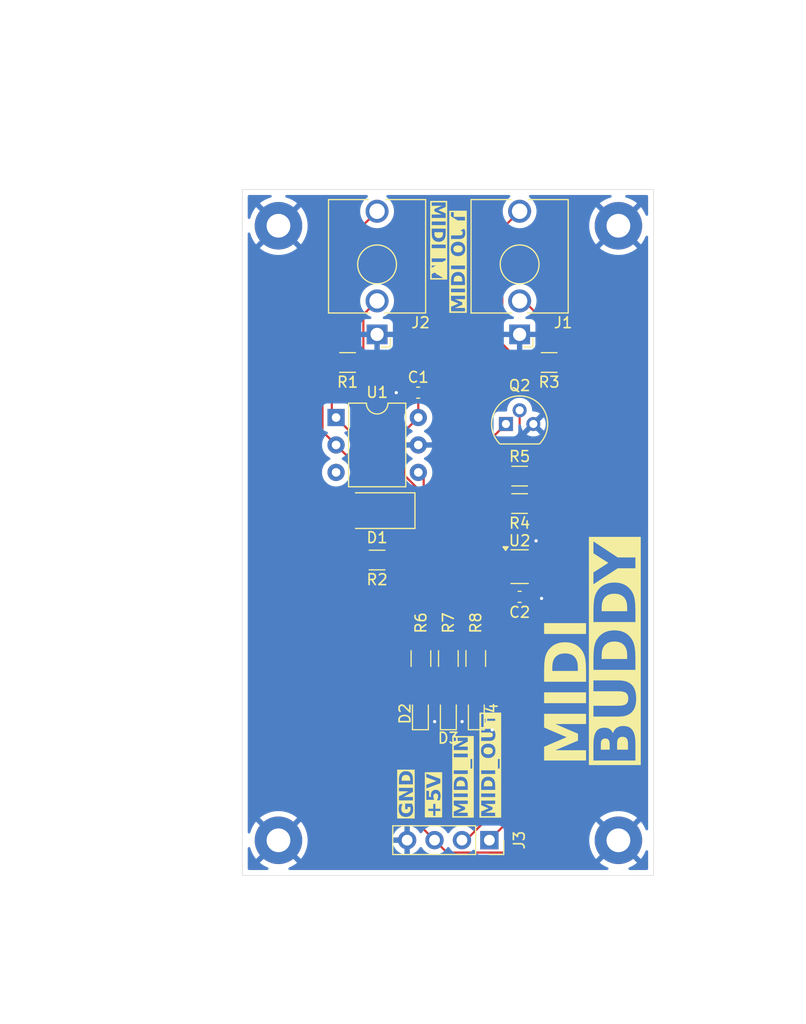
<source format=kicad_pcb>
(kicad_pcb (version 20240108) (generator "pcbnew") (generator_version "8.0")
  (layers (0 "F.Cu" signal) (31 "B.Cu" signal) (34 "B.Paste" user) (35 "F.Paste" user) (36 "B.SilkS" user "B.Silkscreen") (37 "F.SilkS" user "F.Silkscreen") (38 "B.Mask" user) (39 "F.Mask" user) (44 "Edge.Cuts" user))
  (net 0 "")
  (net 1 "GND")
  (net 2 "VCC")
  (net 3 "Net-(D1-A)")
  (net 4 "Net-(D1-K)")
  (net 5 "MIDI_OUT")
  (net 6 "MIDI_IN")
  (net 7 "Net-(Q2-C)")
  (net 8 "Net-(Q2-B)")
  (net 9 "Net-(R4-Pad1)")
  (net 12 "Net-(D2-A)")
  (net 13 "Net-(D3-A)")
  (net 14 "Net-(D4-A)")
  (net 15 "Net-(J1-PadT)")
  (net 16 "Net-(J1-PadR)")
  (net 17 "Net-(J2-PadR)")
  (footprint "Connector_PinSocket_2.54mm:PinSocket_1x04_P2.54mm_Vertical" (layer "F.Cu") (at 107.94 143.281 -90)
    (property "Reference" "J3" (at 0 -2.77 90) (layer "F.SilkS"))
    (property "Value" "Conn_01x04_Socket")
    (fp_line (start -1.33 8.95) (end 1.33 8.95) (stroke (width 0.12)) (layer "F.SilkS"))
    (fp_line (start -1.33 1.27) (end -1.33 8.95) (stroke (width 0.12)) (layer "F.SilkS"))
    (fp_line (start -1.33 1.27) (end 1.33 1.27) (stroke (width 0.12)) (layer "F.SilkS"))
    (fp_line (start 1.33 1.27) (end 1.33 8.95) (stroke (width 0.12)) (layer "F.SilkS"))
    (fp_line (start 0 -1.33) (end 1.33 -1.33) (stroke (width 0.12)) (layer "F.SilkS"))
    (fp_line (start 1.33 -1.33) (end 1.33 0) (stroke (width 0.12)) (layer "F.SilkS"))
    (pad "1" thru_hole rect (at 0 0 270) (size 1.7 1.7) (drill 1) (layers "*.Cu" "*.Mask") (net 5 "MIDI_OUT"))
    (pad "2" thru_hole oval (at 0 2.54 270) (size 1.7 1.7) (drill 1) (layers "*.Cu" "*.Mask") (net 6 "MIDI_IN"))
    (pad "3" thru_hole oval (at 0 5.08 270) (size 1.7 1.7) (drill 1) (layers "*.Cu" "*.Mask") (net 2 "VCC"))
    (pad "4" thru_hole oval (at 0 7.62 270) (size 1.7 1.7) (drill 1) (layers "*.Cu" "*.Mask") (net 1 "GND"))
  )
  (footprint "LED_SMD:LED_0603_1608Metric" (layer "F.Cu") (at 101.55 131.572 90)
    (property "Reference" "D2" (at 0 -1.43 90) (layer "F.SilkS"))
    (property "Value" "LED")
    (fp_line (start 0.8 -0.735) (end -1.485 -0.735) (stroke (width 0.12)) (layer "F.SilkS"))
    (fp_line (start -1.485 -0.735) (end -1.485 0.735) (stroke (width 0.12)) (layer "F.SilkS"))
    (fp_line (start -1.485 0.735) (end 0.8 0.735) (stroke (width 0.12)) (layer "F.SilkS"))
    (pad "1" smd roundrect (at -0.7875 0 90) (size 0.875 0.95) (layers "F.Cu" "F.Paste" "F.Mask") (net 1 "GND"))
    (pad "2" smd roundrect (at 0.7875 0 90) (size 0.875 0.95) (layers "F.Cu" "F.Paste" "F.Mask") (net 12 "Net-(D2-A)"))
  )
  (footprint "Diode_SMD:D_SMA" (layer "F.Cu") (at 97.536 112.776 180)
    (property "Reference" "D1" (at 0 -2.5 360) (layer "F.SilkS"))
    (property "Value" "D")
    (fp_line (start -3.51 1.65) (end 2 1.65) (stroke (width 0.12)) (layer "F.SilkS"))
    (fp_line (start -3.51 -1.65) (end 2 -1.65) (stroke (width 0.12)) (layer "F.SilkS"))
    (fp_line (start -3.51 -1.65) (end -3.51 1.65) (stroke (width 0.12)) (layer "F.SilkS"))
    (pad "1" smd roundrect (at -2 0 180) (size 2.5 1.8) (layers "F.Cu" "F.Paste" "F.Mask") (roundrect_rratio 0.1388888889) (net 4 "Net-(D1-K)"))
    (pad "2" smd roundrect (at 2 0 180) (size 2.5 1.8) (layers "F.Cu" "F.Paste" "F.Mask") (roundrect_rratio 0.1388888889) (net 3 "Net-(D1-A)"))
  )
  (footprint "Resistor_SMD:R_1206_3216Metric" (layer "F.Cu") (at 113.4765 99.06 180)
    (property "Reference" "R3" (at 0 -1.82 360) (layer "F.SilkS"))
    (property "Value" "220R")
    (fp_line (start -0.727064 0.91) (end 0.727064 0.91) (stroke (width 0.12)) (layer "F.SilkS"))
    (fp_line (start -0.727064 -0.91) (end 0.727064 -0.91) (stroke (width 0.12)) (layer "F.SilkS"))
    (pad "1" smd roundrect (at -1.4625 0 180) (size 1.125 1.75) (layers "F.Cu" "F.Paste" "F.Mask") (roundrect_rratio 0.222222) (net 2 "VCC"))
    (pad "2" smd roundrect (at 1.4625 0 180) (size 1.125 1.75) (layers "F.Cu" "F.Paste" "F.Mask") (roundrect_rratio 0.222222) (net 15 "Net-(J1-PadT)"))
  )
  (footprint "MountingHole:MountingHole_2.2mm_M2_Pad" (layer "F.Cu") (at 119.896 86.4)
    (property "Reference" "H2" (hide yes))
    (property "Value" "MountingHole_Pad")
    (pad "1" thru_hole circle (at 0 0) (size 4.4 4.4) (drill 2.2) (layers "*.Cu" "*.Mask") (net 1 "GND"))
  )
  (footprint "LED_SMD:LED_0603_1608Metric" (layer "F.Cu") (at 106.73 131.572 90)
    (property "Reference" "D4" (at 0 1.474 90) (layer "F.SilkS"))
    (property "Value" "LED")
    (fp_line (start 0.8 -0.735) (end -1.485 -0.735) (stroke (width 0.12)) (layer "F.SilkS"))
    (fp_line (start -1.485 -0.735) (end -1.485 0.735) (stroke (width 0.12)) (layer "F.SilkS"))
    (fp_line (start -1.485 0.735) (end 0.8 0.735) (stroke (width 0.12)) (layer "F.SilkS"))
    (pad "1" smd roundrect (at -0.7875 0 90) (size 0.875 0.95) (layers "F.Cu" "F.Paste" "F.Mask") (net 1 "GND"))
    (pad "2" smd roundrect (at 0.7875 0 90) (size 0.875 0.95) (layers "F.Cu" "F.Paste" "F.Mask") (net 14 "Net-(D4-A)"))
  )
  (footprint "Package_TO_SOT_SMD:SOT-23-5" (layer "F.Cu") (at 110.744 117.962)
    (property "Reference" "U2" (at 0 -2.4 360) (layer "F.SilkS"))
    (property "Value" "SN74LVC1G14DBV")
    (fp_line (start 0 -1.56) (end -0.8 -1.56) (stroke (width 0.12)) (layer "F.SilkS"))
    (fp_line (start 0 -1.56) (end 0.8 -1.56) (stroke (width 0.12)) (layer "F.SilkS"))
    (fp_line (start 0 1.56) (end -0.8 1.56) (stroke (width 0.12)) (layer "F.SilkS"))
    (fp_line (start 0 1.56) (end 0.8 1.56) (stroke (width 0.12)) (layer "F.SilkS"))
    (fp_poly (pts (xy -1.3 -1.51) (xy -1.54 -1.84) (xy -1.06 -1.84) (xy -1.3 -1.51)) (stroke (width 0.12)) (fill solid) (layer "F.SilkS"))
    (pad "1" smd roundrect (at -1.1375 -0.95) (size 1.325 0.6) (layers "F.Cu" "F.Paste" "F.Mask"))
    (pad "2" smd roundrect (at -1.1375 0) (size 1.325 0.6) (layers "F.Cu" "F.Paste" "F.Mask") (net 5 "MIDI_OUT"))
    (pad "3" smd roundrect (at -1.1375 0.95) (size 1.325 0.6) (layers "F.Cu" "F.Paste" "F.Mask") (net 2 "VCC"))
    (pad "4" smd roundrect (at 1.1375 0.95) (size 1.325 0.6) (layers "F.Cu" "F.Paste" "F.Mask") (net 9 "Net-(R4-Pad1)"))
    (pad "5" smd roundrect (at 1.1375 -0.95) (size 1.325 0.6) (layers "F.Cu" "F.Paste" "F.Mask") (net 1 "GND"))
  )
  (footprint "MountingHole:MountingHole_2.2mm_M2_Pad" (layer "F.Cu") (at 88.4 86.4)
    (property "Reference" "H1" (hide yes))
    (property "Value" "MountingHole_Pad")
    (pad "1" thru_hole circle (at 0 0) (size 4.4 4.4) (drill 2.2) (layers "*.Cu" "*.Mask") (net 1 "GND"))
  )
  (footprint "Resistor_SMD:R_1206_3216Metric" (layer "F.Cu") (at 110.744 109.58)
    (property "Reference" "R5" (at 0 -1.82 360) (layer "F.SilkS"))
    (property "Value" "220R")
    (fp_line (start -0.727064 -0.91) (end 0.727064 -0.91) (stroke (width 0.12)) (layer "F.SilkS"))
    (fp_line (start -0.727064 0.91) (end 0.727064 0.91) (stroke (width 0.12)) (layer "F.SilkS"))
    (pad "1" smd roundrect (at -1.4625 0) (size 1.125 1.75) (layers "F.Cu" "F.Paste" "F.Mask") (roundrect_rratio 0.222222) (net 7 "Net-(Q2-C)"))
    (pad "2" smd roundrect (at 1.4625 0) (size 1.125 1.75) (layers "F.Cu" "F.Paste" "F.Mask") (roundrect_rratio 0.222222) (net 16 "Net-(J1-PadR)"))
  )
  (footprint "Resistor_SMD:R_1206_3216Metric" (layer "F.Cu") (at 106.68 126.4665 -90)
    (property "Reference" "R8" (at -3.302 0 90) (layer "F.SilkS"))
    (property "Value" "150R")
    (fp_line (start -0.727064 0.91) (end 0.727064 0.91) (stroke (width 0.12)) (layer "F.SilkS"))
    (fp_line (start -0.727064 -0.91) (end 0.727064 -0.91) (stroke (width 0.12)) (layer "F.SilkS"))
    (pad "1" smd roundrect (at -1.4625 0 270) (size 1.125 1.75) (layers "F.Cu" "F.Paste" "F.Mask") (roundrect_rratio 0.222222) (net 5 "MIDI_OUT"))
    (pad "2" smd roundrect (at 1.4625 0 270) (size 1.125 1.75) (layers "F.Cu" "F.Paste" "F.Mask") (roundrect_rratio 0.222222) (net 14 "Net-(D4-A)"))
  )
  (footprint "Resistor_SMD:R_1206_3216Metric" (layer "F.Cu") (at 104.14 126.4665 -90)
    (property "Reference" "R7" (at -3.302 0 90) (layer "F.SilkS"))
    (property "Value" "150R")
    (fp_line (start -0.727064 0.91) (end 0.727064 0.91) (stroke (width 0.12)) (layer "F.SilkS"))
    (fp_line (start -0.727064 -0.91) (end 0.727064 -0.91) (stroke (width 0.12)) (layer "F.SilkS"))
    (pad "1" smd roundrect (at -1.4625 0 270) (size 1.125 1.75) (layers "F.Cu" "F.Paste" "F.Mask") (roundrect_rratio 0.222222) (net 6 "MIDI_IN"))
    (pad "2" smd roundrect (at 1.4625 0 270) (size 1.125 1.75) (layers "F.Cu" "F.Paste" "F.Mask") (roundrect_rratio 0.222222) (net 13 "Net-(D3-A)"))
  )
  (footprint "LED_SMD:LED_0603_1608Metric" (layer "F.Cu") (at 104.14 131.572 90)
    (property "Reference" "D3" (at -2.2605 0 180) (layer "F.SilkS"))
    (property "Value" "LED")
    (fp_line (start 0.8 -0.735) (end -1.485 -0.735) (stroke (width 0.12)) (layer "F.SilkS"))
    (fp_line (start -1.485 -0.735) (end -1.485 0.735) (stroke (width 0.12)) (layer "F.SilkS"))
    (fp_line (start -1.485 0.735) (end 0.8 0.735) (stroke (width 0.12)) (layer "F.SilkS"))
    (pad "1" smd roundrect (at -0.7875 0 90) (size 0.875 0.95) (layers "F.Cu" "F.Paste" "F.Mask") (net 1 "GND"))
    (pad "2" smd roundrect (at 0.7875 0 90) (size 0.875 0.95) (layers "F.Cu" "F.Paste" "F.Mask") (net 13 "Net-(D3-A)"))
  )
  (footprint "MountingHole:MountingHole_2.2mm_M2_Pad" (layer "F.Cu") (at 119.896 143.296)
    (property "Reference" "H4" (hide yes))
    (property "Value" "MountingHole_Pad")
    (pad "1" thru_hole circle (at 0 0) (size 4.4 4.4) (drill 2.2) (layers "*.Cu" "*.Mask") (net 1 "GND"))
  )
  (footprint "Capacitor_SMD:C_0603_1608Metric" (layer "F.Cu") (at 101.346 101.854)
    (property "Reference" "C1" (at 0 -1.43 360) (layer "F.SilkS"))
    (property "Value" "0.1u")
    (fp_line (start -0.14058 -0.51) (end 0.14058 -0.51) (stroke (width 0.12)) (layer "F.SilkS"))
    (fp_line (start -0.14058 0.51) (end 0.14058 0.51) (stroke (width 0.12)) (layer "F.SilkS"))
    (pad "1" smd roundrect (at -0.775 0) (size 0.9 0.95) (layers "F.Cu" "F.Paste" "F.Mask") (net 1 "GND"))
    (pad "2" smd roundrect (at 0.775 0) (size 0.9 0.95) (layers "F.Cu" "F.Paste" "F.Mask") (net 2 "VCC"))
  )
  (footprint "Resistor_SMD:R_1206_3216Metric" (layer "F.Cu") (at 101.6 126.4665 -90)
    (property "Reference" "R6" (at -3.302 0 90) (layer "F.SilkS"))
    (property "Value" "150R")
    (fp_line (start -0.727064 0.91) (end 0.727064 0.91) (stroke (width 0.12)) (layer "F.SilkS"))
    (fp_line (start -0.727064 -0.91) (end 0.727064 -0.91) (stroke (width 0.12)) (layer "F.SilkS"))
    (pad "1" smd roundrect (at -1.4625 0 270) (size 1.125 1.75) (layers "F.Cu" "F.Paste" "F.Mask") (roundrect_rratio 0.222222) (net 2 "VCC"))
    (pad "2" smd roundrect (at 1.4625 0 270) (size 1.125 1.75) (layers "F.Cu" "F.Paste" "F.Mask") (roundrect_rratio 0.222222) (net 12 "Net-(D2-A)"))
  )
  (footprint "Package_DIP:DIP-6_W7.62mm" (layer "F.Cu") (at 93.736 104.155)
    (property "Reference" "U1" (at 3.81 -2.33 0) (layer "F.SilkS"))
    (property "Value" "4N25")
    (fp_line (start 1.16 -1.33) (end 1.16 6.41) (stroke (width 0.12)) (layer "F.SilkS"))
    (fp_line (start 1.16 6.41) (end 6.46 6.41) (stroke (width 0.12)) (layer "F.SilkS"))
    (fp_line (start 2.81 -1.33) (end 1.16 -1.33) (stroke (width 0.12)) (layer "F.SilkS"))
    (fp_line (start 6.46 -1.33) (end 4.81 -1.33) (stroke (width 0.12)) (layer "F.SilkS"))
    (fp_line (start 6.46 6.41) (end 6.46 -1.33) (stroke (width 0.12)) (layer "F.SilkS"))
    (fp_arc (start 4.81 -1.33) (mid 3.81 -0.33) (end 2.81 -1.33) (stroke (width 0.12)) (layer "F.SilkS"))
    (pad "1" thru_hole rect (at 0 0) (size 1.6 1.6) (drill 0.8) (layers "*.Cu" "*.Mask") (net 4 "Net-(D1-K)"))
    (pad "2" thru_hole oval (at 0 2.54) (size 1.6 1.6) (drill 0.8) (layers "*.Cu" "*.Mask") (net 3 "Net-(D1-A)"))
    (pad "3" thru_hole oval (at 0 5.08) (size 1.6 1.6) (drill 0.8) (layers "*.Cu" "*.Mask"))
    (pad "4" thru_hole oval (at 7.62 5.08) (size 1.6 1.6) (drill 0.8) (layers "*.Cu" "*.Mask") (net 6 "MIDI_IN"))
    (pad "5" thru_hole oval (at 7.62 2.54) (size 1.6 1.6) (drill 0.8) (layers "*.Cu" "*.Mask") (net 1 "GND"))
    (pad "6" thru_hole oval (at 7.62 0) (size 1.6 1.6) (drill 0.8) (layers "*.Cu" "*.Mask") (net 2 "VCC"))
  )
  (footprint "MountingHole:MountingHole_2.2mm_M2_Pad" (layer "F.Cu") (at 88.4 143.296)
    (property "Reference" "H3" (hide yes))
    (property "Value" "MountingHole_Pad")
    (pad "1" thru_hole circle (at 0 0) (size 4.4 4.4) (drill 2.2) (layers "*.Cu" "*.Mask") (net 1 "GND"))
  )
  (footprint "Resistor_SMD:R_1206_3216Metric" (layer "F.Cu") (at 94.8035 99.06 180)
    (property "Reference" "R1" (at 0 -1.82 360) (layer "F.SilkS"))
    (property "Value" "220R")
    (fp_line (start -0.727064 0.91) (end 0.727064 0.91) (stroke (width 0.12)) (layer "F.SilkS"))
    (fp_line (start -0.727064 -0.91) (end 0.727064 -0.91) (stroke (width 0.12)) (layer "F.SilkS"))
    (pad "1" smd roundrect (at -1.4625 0 180) (size 1.125 1.75) (layers "F.Cu" "F.Paste" "F.Mask") (roundrect_rratio 0.222222) (net 17 "Net-(J2-PadR)"))
    (pad "2" smd roundrect (at 1.4625 0 180) (size 1.125 1.75) (layers "F.Cu" "F.Paste" "F.Mask") (roundrect_rratio 0.222222) (net 4 "Net-(D1-K)"))
  )
  (footprint "Resistor_SMD:R_1206_3216Metric" (layer "F.Cu") (at 110.744 112.12 180)
    (property "Reference" "R4" (at 0 -1.82 360) (layer "F.SilkS"))
    (property "Value" "220R")
    (fp_line (start -0.727064 0.91) (end 0.727064 0.91) (stroke (width 0.12)) (layer "F.SilkS"))
    (fp_line (start -0.727064 -0.91) (end 0.727064 -0.91) (stroke (width 0.12)) (layer "F.SilkS"))
    (pad "1" smd roundrect (at -1.4625 0 180) (size 1.125 1.75) (layers "F.Cu" "F.Paste" "F.Mask") (roundrect_rratio 0.222222) (net 9 "Net-(R4-Pad1)"))
    (pad "2" smd roundrect (at 1.4625 0 180) (size 1.125 1.75) (layers "F.Cu" "F.Paste" "F.Mask") (roundrect_rratio 0.222222) (net 8 "Net-(Q2-B)"))
  )
  (footprint "Connector_Audio:Jack_3.5mm_QingPu_WQP-PJ398SM_Vertical_CircularHoles" (layer "F.Cu") (at 97.536 96.458 180)
    (property "Reference" "J2" (at -4.03 1.08 360) (layer "F.SilkS"))
    (property "Value" "AudioJack3")
    (fp_line (start 4.5 12.48) (end 0.8 12.48) (stroke (width 0.12)) (layer "F.SilkS"))
    (fp_line (start 4.5 1.98) (end 4.5 12.48) (stroke (width 0.12)) (layer "F.SilkS"))
    (fp_line (start 4.5 1.98) (end 0.72 1.98) (stroke (width 0.12)) (layer "F.SilkS"))
    (fp_line (start -0.72 1.98) (end -4.5 1.98) (stroke (width 0.12)) (layer "F.SilkS"))
    (fp_line (start -0.8 12.48) (end -4.5 12.48) (stroke (width 0.12)) (layer "F.SilkS"))
    (fp_line (start -1.23 -1.17) (end -0.37 -1.17) (stroke (width 0.12)) (layer "F.SilkS"))
    (fp_line (start -1.23 -1.17) (end -1.23 -0.37) (stroke (width 0.12)) (layer "F.SilkS"))
    (fp_line (start -4.5 1.98) (end -4.5 12.48) (stroke (width 0.12)) (layer "F.SilkS"))
    (fp_circle (center 0 6.48) (end 1.8 6.48) (stroke (width 0.12)) (fill none) (layer "F.SilkS"))
    (pad "R" thru_hole circle (at 0 3.1) (size 2.13 2.13) (drill 1.42) (layers "*.Cu" "*.Mask") (net 17 "Net-(J2-PadR)"))
    (pad "S" thru_hole rect (at 0 0) (size 1.93 1.83) (drill 1.22) (layers "*.Cu" "*.Mask") (net 1 "GND"))
    (pad "T" thru_hole circle (at 0 11.4) (size 2.13 2.13) (drill 1.43) (layers "*.Cu" "*.Mask") (net 3 "Net-(D1-A)"))
  )
  (footprint "Resistor_SMD:R_1206_3216Metric" (layer "F.Cu") (at 97.536 117.348 180)
    (property "Reference" "R2" (at 0 -1.82 360) (layer "F.SilkS"))
    (property "Value" "270R")
    (fp_line (start -0.727064 0.91) (end 0.727064 0.91) (stroke (width 0.12)) (layer "F.SilkS"))
    (fp_line (start -0.727064 -0.91) (end 0.727064 -0.91) (stroke (width 0.12)) (layer "F.SilkS"))
    (pad "1" smd roundrect (at -1.4625 0 180) (size 1.125 1.75) (layers "F.Cu" "F.Paste" "F.Mask") (roundrect_rratio 0.222222) (net 6 "MIDI_IN"))
    (pad "2" smd roundrect (at 1.4625 0 180) (size 1.125 1.75) (layers "F.Cu" "F.Paste" "F.Mask") (roundrect_rratio 0.222222) (net 2 "VCC"))
  )
  (footprint "Connector_Audio:Jack_3.5mm_QingPu_WQP-PJ398SM_Vertical_CircularHoles" (layer "F.Cu") (at 110.744 96.458 180)
    (property "Reference" "J1" (at -4.03 1.08 360) (layer "F.SilkS"))
    (property "Value" "AudioJack3")
    (fp_line (start 4.5 12.48) (end 0.8 12.48) (stroke (width 0.12)) (layer "F.SilkS"))
    (fp_line (start 4.5 1.98) (end 4.5 12.48) (stroke (width 0.12)) (layer "F.SilkS"))
    (fp_line (start 4.5 1.98) (end 0.72 1.98) (stroke (width 0.12)) (layer "F.SilkS"))
    (fp_line (start -0.72 1.98) (end -4.5 1.98) (stroke (width 0.12)) (layer "F.SilkS"))
    (fp_line (start -0.8 12.48) (end -4.5 12.48) (stroke (width 0.12)) (layer "F.SilkS"))
    (fp_line (start -1.23 -1.17) (end -0.37 -1.17) (stroke (width 0.12)) (layer "F.SilkS"))
    (fp_line (start -1.23 -1.17) (end -1.23 -0.37) (stroke (width 0.12)) (layer "F.SilkS"))
    (fp_line (start -4.5 1.98) (end -4.5 12.48) (stroke (width 0.12)) (layer "F.SilkS"))
    (fp_circle (center 0 6.48) (end 1.8 6.48) (stroke (width 0.12)) (fill none) (layer "F.SilkS"))
    (pad "R" thru_hole circle (at 0 3.1) (size 2.13 2.13) (drill 1.42) (layers "*.Cu" "*.Mask") (net 16 "Net-(J1-PadR)"))
    (pad "S" thru_hole rect (at 0 0) (size 1.93 1.83) (drill 1.22) (layers "*.Cu" "*.Mask") (net 1 "GND"))
    (pad "T" thru_hole circle (at 0 11.4) (size 2.13 2.13) (drill 1.43) (layers "*.Cu" "*.Mask") (net 15 "Net-(J1-PadT)"))
  )
  (footprint "Capacitor_SMD:C_0603_1608Metric" (layer "F.Cu") (at 110.744 120.756 180)
    (property "Reference" "C2" (at 0 -1.43 360) (layer "F.SilkS"))
    (property "Value" "0.1u")
    (fp_line (start -0.14058 0.51) (end 0.14058 0.51) (stroke (width 0.12)) (layer "F.SilkS"))
    (fp_line (start -0.14058 -0.51) (end 0.14058 -0.51) (stroke (width 0.12)) (layer "F.SilkS"))
    (pad "1" smd roundrect (at -0.775 0 180) (size 0.9 0.95) (layers "F.Cu" "F.Paste" "F.Mask") (net 1 "GND"))
    (pad "2" smd roundrect (at 0.775 0 180) (size 0.9 0.95) (layers "F.Cu" "F.Paste" "F.Mask") (net 2 "VCC"))
  )
  (footprint "Package_TO_SOT_THT:TO-92" (layer "F.Cu") (at 109.474 104.754)
    (property "Reference" "Q2" (at 1.27 -3.56 360) (layer "F.SilkS"))
    (property "Value" "2N2222")
    (fp_line (start -0.53 1.85) (end 3.07 1.85) (stroke (width 0.12)) (layer "F.SilkS"))
    (fp_arc (start -0.568478 1.838478) (mid -1.132087 -0.994977) (end 1.27 -2.6) (stroke (width 0.12)) (layer "F.SilkS"))
    (fp_arc (start 1.27 -2.6) (mid 3.672087 -0.994977) (end 3.108478 1.838478) (stroke (width 0.12)) (layer "F.SilkS"))
    (pad "1" thru_hole rect (at 0 0) (size 1.3 1.3) (drill 0.75) (layers "*.Cu" "*.Mask") (net 8 "Net-(Q2-B)"))
    (pad "2" thru_hole circle (at 1.27 -1.27) (size 1.3 1.3) (drill 0.75) (layers "*.Cu" "*.Mask") (net 7 "Net-(Q2-C)"))
    (pad "3" thru_hole circle (at 2.54 0) (size 1.3 1.3) (drill 0.75) (layers "*.Cu" "*.Mask") (net 1 "GND"))
  )
  (gr_poly (pts (xy 104.394 85.598) (xy 104.394 87.249) (xy 105.791 86.487)) (stroke (width 0.127)) (fill solid) (layer "F.SilkS"))
  (gr_poly (pts (xy 103.886 91.313) (xy 103.886 89.662) (xy 102.489 90.424)) (stroke (width 0.127)) (fill solid) (layer "F.SilkS"))
  (gr_rect (start 85.05 83.05) (end 123.15 146.55) (stroke (width 0.05)) (fill none) (layer "Edge.Cuts"))
  (gr_text "+5V" (at 102.87 141.224 90) (layer "F.SilkS" knockout) (effects (font (size 1.27 1.27) (thickness 0.2) (bold yes)) (justify left)))
  (gr_text "GND" (at 100.33 141.224 90) (layer "F.SilkS" knockout) (effects (font (size 1.27 1.27) (thickness 0.2) (bold yes)) (justify left)))
  (gr_text "BUDDY" (at 119.888 136.398 90) (layer "F.SilkS" knockout) (effects (font (size 3.81 3.81) (thickness 0.2) (bold yes)) (justify left)))
  (gr_text "MIDI OUT" (at 105.156 94.488 90) (layer "F.SilkS" knockout) (effects (font (size 1.27 1.27) (thickness 0.254) (bold yes)) (justify left)))
  (gr_text "MIDI_IN" (at 105.41 141.224 90) (layer "F.SilkS" knockout) (effects (font (size 1.27 1.27) (thickness 0.2) (bold yes)) (justify left)))
  (gr_text "MIDI_OUT" (at 107.95 141.224 90) (layer "F.SilkS" knockout) (effects (font (size 1.27 1.27) (thickness 0.2) (bold yes)) (justify left)))
  (gr_text "MIDI IN" (at 103.124 84.074 270) (layer "F.SilkS" knockout) (effects (font (size 1.27 1.27) (thickness 0.254) (bold yes)) (justify left)))
  (gr_text "MIDI" (at 115.316 136.398 90) (layer "F.SilkS") (effects (font (size 3.81 3.81) (thickness 0.2) (bold yes)) (justify left)))
  (segment (start 107.493 132.3595) (end 108.204 133.0705) (width 0.2) (layer "F.Cu") (net 1))
  (segment (start 104.14 132.3595) (end 105.359 132.3595) (width 0.2) (layer "F.Cu") (net 1))
  (segment (start 100.571 101.854) (end 99.314 101.854) (width 0.2) (layer "F.Cu") (net 1))
  (segment (start 111.8815 115.9565) (end 112.268 115.57) (width 0.2) (layer "F.Cu") (net 1))
  (segment (start 102.819 132.3595) (end 102.87 132.3085) (width 0.2) (layer "F.Cu") (net 1))
  (segment (start 101.55 132.3595) (end 102.819 132.3595) (width 0.2) (layer "F.Cu") (net 1))
  (segment (start 111.8815 117.012) (end 111.8815 115.9565) (width 0.2) (layer "F.Cu") (net 1))
  (segment (start 112.628 120.756) (end 112.776 120.904) (width 0.2) (layer "F.Cu") (net 1))
  (segment (start 111.519 120.756) (end 112.628 120.756) (width 0.2) (layer "F.Cu") (net 1))
  (segment (start 106.73 132.3595) (end 107.493 132.3595) (width 0.2) (layer "F.Cu") (net 1))
  (segment (start 105.359 132.3595) (end 105.41 132.3085) (width 0.2) (layer "F.Cu") (net 1))
  (via (at 99.314 101.854) (size 0.6) (drill 0.3) (layers "F.Cu" "B.Cu") (net 1))
  (via (at 112.268 115.57) (size 0.6) (drill 0.3) (layers "F.Cu" "B.Cu") (net 1))
  (via (at 105.41 132.3085) (size 0.6) (drill 0.3) (layers "F.Cu" "B.Cu") (net 1))
  (via (at 112.776 120.904) (size 0.6) (drill 0.3) (layers "F.Cu" "B.Cu") (net 1))
  (via (at 102.87 132.3085) (size 0.6) (drill 0.3) (layers "F.Cu" "B.Cu") (net 1))
  (via (at 108.204 133.0705) (size 0.6) (drill 0.3) (layers "F.Cu" "B.Cu") (net 1))
  (segment (start 102.86 143.281) (end 104.01 144.431) (width 0.2) (layer "F.Cu") (net 2))
  (segment (start 109.969 119.2745) (end 109.6065 118.912) (width 0.2) (layer "F.Cu") (net 2))
  (segment (start 96.0735 119.4775) (end 96.0735 117.348) (width 0.2) (layer "F.Cu") (net 2))
  (segment (start 102.121 101.854) (end 112.145 101.854) (width 0.2) (layer "F.Cu") (net 2))
  (segment (start 100.076 109.510635) (end 100.076 105.435) (width 0.2) (layer "F.Cu") (net 2))
  (segment (start 99.762407 116.018407) (end 101.454 114.326814) (width 0.2) (layer "F.Cu") (net 2))
  (segment (start 97.403093 116.018407) (end 99.762407 116.018407) (width 0.2) (layer "F.Cu") (net 2))
  (segment (start 96.0735 117.348) (end 97.403093 116.018407) (width 0.2) (layer "F.Cu") (net 2))
  (segment (start 101.454 114.326814) (end 101.454 110.888635) (width 0.2) (layer "F.Cu") (net 2))
  (segment (start 109.969 120.756) (end 109.969 119.2745) (width 0.2) (layer "F.Cu") (net 2))
  (segment (start 100.425 126.179) (end 100.425 140.846) (width 0.2) (layer "F.Cu") (net 2))
  (segment (start 100.076 105.435) (end 101.356 104.155) (width 0.2) (layer "F.Cu") (net 2))
  (segment (start 101.6 125.004) (end 100.425 126.179) (width 0.2) (layer "F.Cu") (net 2))
  (segment (start 100.425 140.846) (end 102.86 143.281) (width 0.2) (layer "F.Cu") (net 2))
  (segment (start 101.356 104.155) (end 101.356 102.619) (width 0.2) (layer "F.Cu") (net 2))
  (segment (start 101.356 102.619) (end 102.121 101.854) (width 0.2) (layer "F.Cu") (net 2))
  (segment (start 101.454 110.888635) (end 100.076 109.510635) (width 0.2) (layer "F.Cu") (net 2))
  (segment (start 112.145 101.854) (end 114.939 99.06) (width 0.2) (layer "F.Cu") (net 2))
  (segment (start 109.969 143.777) (end 109.969 120.756) (width 0.2) (layer "F.Cu") (net 2))
  (segment (start 109.315 144.431) (end 109.969 143.777) (width 0.2) (layer "F.Cu") (net 2))
  (segment (start 101.6 125.004) (end 96.0735 119.4775) (width 0.2) (layer "F.Cu") (net 2))
  (segment (start 104.01 144.431) (end 109.315 144.431) (width 0.2) (layer "F.Cu") (net 2))
  (segment (start 92.4785 105.4375) (end 92.4785 90.1155) (width 0.2) (layer "F.Cu") (net 3))
  (segment (start 92.4785 90.1155) (end 97.536 85.058) (width 0.2) (layer "F.Cu") (net 3))
  (segment (start 95.536 108.495) (end 93.736 106.695) (width 0.2) (layer "F.Cu") (net 3))
  (segment (start 93.736 106.695) (end 92.4785 105.4375) (width 0.2) (layer "F.Cu") (net 3))
  (segment (start 95.536 112.776) (end 95.536 108.495) (width 0.2) (layer "F.Cu") (net 3))
  (segment (start 98.286 112.776) (end 95.936 110.426) (width 0.2) (layer "F.Cu") (net 4))
  (segment (start 95.936 106.355) (end 93.736 104.155) (width 0.2) (layer "F.Cu") (net 4))
  (segment (start 93.341 99.06) (end 93.341 103.76) (width 0.2) (layer "F.Cu") (net 4))
  (segment (start 95.936 110.426) (end 95.936 106.355) (width 0.2) (layer "F.Cu") (net 4))
  (segment (start 93.341 103.76) (end 93.736 104.155) (width 0.2) (layer "F.Cu") (net 4))
  (segment (start 99.536 112.776) (end 98.286 112.776) (width 0.2) (layer "F.Cu") (net 4))
  (segment (start 109.569 141.652) (end 107.94 143.281) (width 0.2) (layer "F.Cu") (net 5))
  (segment (start 106.68 125.004) (end 109.569 127.893) (width 0.2) (layer "F.Cu") (net 5))
  (segment (start 109.569 127.893) (end 109.569 141.652) (width 0.2) (layer "F.Cu") (net 5))
  (segment (start 106.68 125.004) (end 106.68 120.226) (width 0.2) (layer "F.Cu") (net 5))
  (segment (start 108.944001 117.962) (end 109.6065 117.962) (width 0.2) (layer "F.Cu") (net 5))
  (segment (start 106.68 120.226) (end 106.849 120.057) (width 0.2) (layer "F.Cu") (net 5))
  (segment (start 106.68 120.226001) (end 106.849 120.057) (width 0.2) (layer "F.Cu") (net 5))
  (segment (start 106.849 120.057) (end 108.944001 117.962) (width 0.2) (layer "F.Cu") (net 5))
  (segment (start 105.7735 143.281) (end 109.169 139.8855) (width 0.2) (layer "F.Cu") (net 6))
  (segment (start 98.9985 117.348) (end 98.9985 119.8625) (width 0.2) (layer "F.Cu") (net 6))
  (segment (start 105.4 143.281) (end 105.7735 143.281) (width 0.2) (layer "F.Cu") (net 6))
  (segment (start 106.976814 125.8665) (end 105.0025 125.8665) (width 0.2) (layer "F.Cu") (net 6))
  (segment (start 101.854 109.733) (end 101.356 109.235) (width 0.2) (layer "F.Cu") (net 6))
  (segment (start 98.9985 119.8625) (end 104.14 125.004) (width 0.2) (layer "F.Cu") (net 6))
  (segment (start 105.0025 125.8665) (end 104.14 125.004) (width 0.2) (layer "F.Cu") (net 6))
  (segment (start 101.854 114.4925) (end 101.854 109.733) (width 0.2) (layer "F.Cu") (net 6))
  (segment (start 109.169 128.058686) (end 106.976814 125.8665) (width 0.2) (layer "F.Cu") (net 6))
  (segment (start 109.169 139.8855) (end 109.169 128.058686) (width 0.2) (layer "F.Cu") (net 6))
  (segment (start 98.9985 117.348) (end 101.854 114.4925) (width 0.2) (layer "F.Cu") (net 6))
  (segment (start 110.744 108.1175) (end 110.744 103.484) (width 0.2) (layer "F.Cu") (net 7))
  (segment (start 109.2815 109.58) (end 110.744 108.1175) (width 0.2) (layer "F.Cu") (net 7))
  (segment (start 108.419 105.809) (end 109.474 104.754) (width 0.2) (layer "F.Cu") (net 8))
  (segment (start 108.419 111.2575) (end 108.419 105.809) (width 0.2) (layer "F.Cu") (net 8))
  (segment (start 109.2815 112.12) (end 108.419 111.2575) (width 0.2) (layer "F.Cu") (net 8))
  (segment (start 110.919 113.4075) (end 112.2065 112.12) (width 0.2) (layer "F.Cu") (net 9))
  (segment (start 110.919 117.9495) (end 110.919 113.4075) (width 0.2) (layer "F.Cu") (net 9))
  (segment (start 111.8815 118.912) (end 110.919 117.9495) (width 0.2) (layer "F.Cu") (net 9))
  (segment (start 101.6 130.7345) (end 101.55 130.7845) (width 0.2) (layer "F.Cu") (net 12))
  (segment (start 101.6 127.929) (end 101.6 130.7345) (width 0.2) (layer "F.Cu") (net 12))
  (segment (start 104.14 127.929) (end 104.14 130.7845) (width 0.2) (layer "F.Cu") (net 13))
  (segment (start 106.68 127.929) (end 106.68 130.7345) (width 0.2) (layer "F.Cu") (net 14))
  (segment (start 106.68 130.7345) (end 106.73 130.7845) (width 0.2) (layer "F.Cu") (net 14))
  (segment (start 110.866 99.06) (end 109.138859 97.332859) (width 0.2) (layer "F.Cu") (net 15))
  (segment (start 109.138859 86.663141) (end 110.744 85.058) (width 0.2) (layer "F.Cu") (net 15))
  (segment (start 109.138859 97.332859) (end 109.138859 86.663141) (width 0.2) (layer "F.Cu") (net 15))
  (segment (start 112.014 99.06) (end 110.866 99.06) (width 0.2) (layer "F.Cu") (net 15))
  (segment (start 115.8015 98.0215) (end 111.138 93.358) (width 0.2) (layer "F.Cu") (net 16))
  (segment (start 115.8015 105.985) (end 115.8015 98.0215) (width 0.2) (layer "F.Cu") (net 16))
  (segment (start 112.2065 109.58) (end 115.8015 105.985) (width 0.2) (layer "F.Cu") (net 16))
  (segment (start 111.138 93.358) (end 110.744 93.358) (width 0.2) (layer "F.Cu") (net 16))
  (segment (start 96.266 94.628) (end 97.536 93.358) (width 0.2) (layer "F.Cu") (net 17))
  (segment (start 96.266 99.06) (end 96.266 94.628) (width 0.2) (layer "F.Cu") (net 17))
  (zone (net 1) (net_name "GND") (layer "B.Cu") (connect_pads (clearance 0.5)) (min_thickness 0.25) (fill yes (thermal_gap 0.5) (thermal_bridge_width 0.5))
    (polygon (pts (xy 62.6 65.5) (xy 62.6 160.3) (xy 137.3 160.2) (xy 137.1 65.6)))
  )
)
</source>
